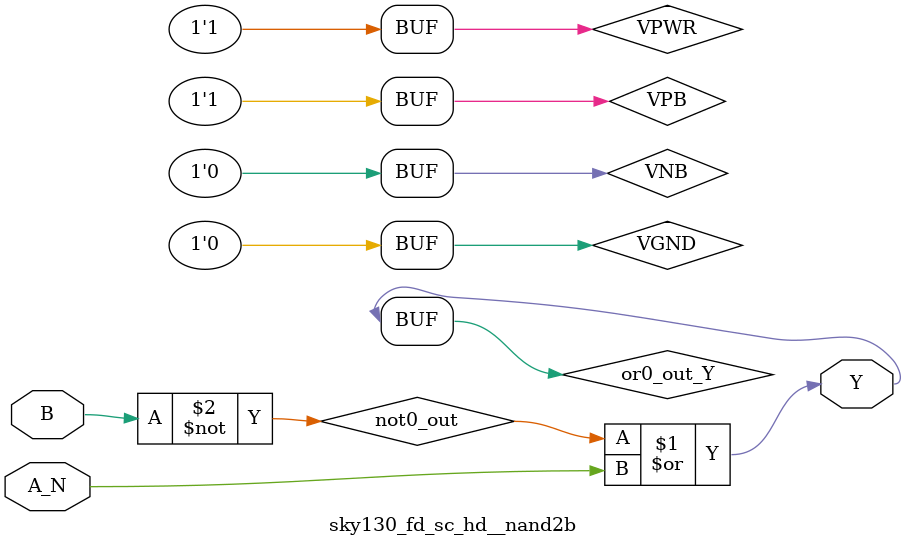
<source format=v>
/*
 * Copyright 2020 The SkyWater PDK Authors
 *
 * Licensed under the Apache License, Version 2.0 (the "License");
 * you may not use this file except in compliance with the License.
 * You may obtain a copy of the License at
 *
 *     https://www.apache.org/licenses/LICENSE-2.0
 *
 * Unless required by applicable law or agreed to in writing, software
 * distributed under the License is distributed on an "AS IS" BASIS,
 * WITHOUT WARRANTIES OR CONDITIONS OF ANY KIND, either express or implied.
 * See the License for the specific language governing permissions and
 * limitations under the License.
 *
 * SPDX-License-Identifier: Apache-2.0
*/


`ifndef SKY130_FD_SC_HD__NAND2B_TIMING_V
`define SKY130_FD_SC_HD__NAND2B_TIMING_V

/**
 * nand2b: 2-input NAND, first input inverted.
 *
 * Verilog simulation timing model.
 */

`timescale 1ns / 1ps
`default_nettype none

`celldefine
module sky130_fd_sc_hd__nand2b (
    Y  ,
    A_N,
    B
);

    // Module ports
    output Y  ;
    input  A_N;
    input  B  ;

    // Module supplies
    supply1 VPWR;
    supply0 VGND;
    supply1 VPB ;
    supply0 VNB ;

    // Local signals
    wire not0_out ;
    wire or0_out_Y;

    //  Name  Output     Other arguments
    not not0 (not0_out , B              );
    or  or0  (or0_out_Y, not0_out, A_N  );
    buf buf0 (Y        , or0_out_Y      );

endmodule
`endcelldefine

`default_nettype wire
`endif  // SKY130_FD_SC_HD__NAND2B_TIMING_V

</source>
